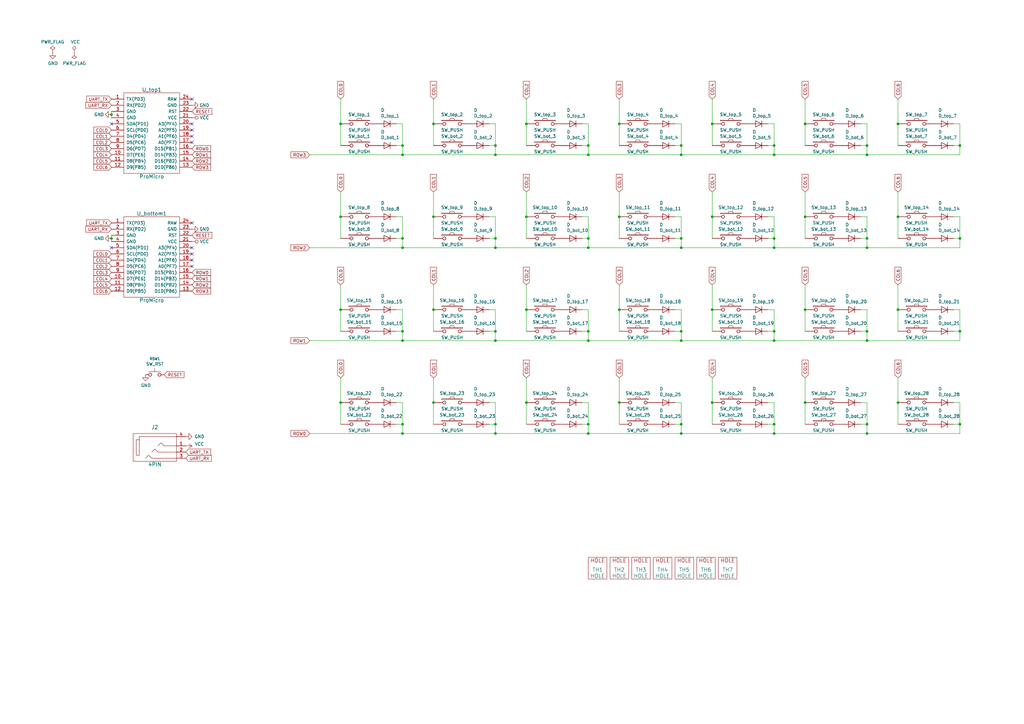
<source format=kicad_sch>
(kicad_sch (version 20231120) (generator "eeschema") (generator_version "8.0")
  (paper "A3")
  (title_block (title "Split keyboard") (rev "1.0") (comment 1 "Same PCB is used for both sides") (comment 2 "Only TOP or BOT should be populated"))
  (junction (at 355.6 139.7))
  (junction (at 215.9 88.9))
  (junction (at 279.4 97.79))
  (junction (at 317.5 173.99))
  (junction (at 165.1 101.6))
  (junction (at 330.2 88.9))
  (junction (at 292.1 88.9))
  (junction (at 317.5 139.7))
  (junction (at 330.2 165.1))
  (junction (at 317.5 101.6))
  (junction (at 393.7 173.99))
  (junction (at 279.4 177.8))
  (junction (at 279.4 135.89))
  (junction (at 139.7 165.1))
  (junction (at 165.1 135.89))
  (junction (at 292.1 50.8))
  (junction (at 215.9 127))
  (junction (at 165.1 63.5))
  (junction (at 317.5 177.8))
  (junction (at 241.3 59.69))
  (junction (at 215.9 165.1))
  (junction (at 279.4 173.99))
  (junction (at 254 127))
  (junction (at 279.4 59.69))
  (junction (at 355.6 59.69))
  (junction (at 393.7 97.79))
  (junction (at 241.3 173.99))
  (junction (at 177.8 127))
  (junction (at 254 50.8))
  (junction (at 317.5 97.79))
  (junction (at 317.5 63.5))
  (junction (at 279.4 139.7))
  (junction (at 393.7 59.69))
  (junction (at 292.1 165.1))
  (junction (at 279.4 63.5))
  (junction (at 177.8 88.9))
  (junction (at 317.5 135.89))
  (junction (at 203.2 101.6))
  (junction (at 203.2 59.69))
  (junction (at 241.3 177.8))
  (junction (at 165.1 139.7))
  (junction (at 368.3 88.9))
  (junction (at 355.6 173.99))
  (junction (at 254 88.9))
  (junction (at 45.72 97.79))
  (junction (at 215.9 50.8))
  (junction (at 254 165.1))
  (junction (at 203.2 173.99))
  (junction (at 165.1 173.99))
  (junction (at 165.1 97.79))
  (junction (at 368.3 165.1))
  (junction (at 393.7 135.89))
  (junction (at 241.3 97.79))
  (junction (at 279.4 101.6))
  (junction (at 355.6 177.8))
  (junction (at 368.3 50.8))
  (junction (at 139.7 127))
  (junction (at 292.1 127))
  (junction (at 355.6 135.89))
  (junction (at 165.1 177.8))
  (junction (at 368.3 127))
  (junction (at 241.3 101.6))
  (junction (at 45.72 46.99))
  (junction (at 241.3 135.89))
  (junction (at 177.8 165.1))
  (junction (at 203.2 97.79))
  (junction (at 355.6 63.5))
  (junction (at 177.8 50.8))
  (junction (at 139.7 50.8))
  (junction (at 203.2 63.5))
  (junction (at 203.2 139.7))
  (junction (at 241.3 139.7))
  (junction (at 355.6 101.6))
  (junction (at 203.2 177.8))
  (junction (at 203.2 135.89))
  (junction (at 139.7 88.9))
  (junction (at 317.5 59.69))
  (junction (at 330.2 127))
  (junction (at 330.2 50.8))
  (junction (at 241.3 63.5))
  (junction (at 355.6 97.79))
  (junction (at 165.1 59.69))
  (no_connect (at 78.74 55.88))
  (no_connect (at 78.74 104.14))
  (no_connect (at 78.74 50.8))
  (no_connect (at 78.74 91.44))
  (no_connect (at 78.74 40.64))
  (no_connect (at 45.72 101.6))
  (no_connect (at 78.74 101.6))
  (no_connect (at 78.74 109.22))
  (no_connect (at 78.74 106.68))
  (no_connect (at 45.72 50.8))
  (no_connect (at 78.74 58.42))
  (no_connect (at 78.74 53.34))
  (wire (pts (xy 393.7 135.89) (xy 393.7 127)))
  (wire (pts (xy 292.1 50.8) (xy 292.1 59.69)))
  (wire (pts (xy 177.8 78.74) (xy 177.8 88.9)))
  (wire (pts (xy 45.72 45.72) (xy 45.72 46.99)))
  (wire (pts (xy 368.3 116.84) (xy 368.3 127)))
  (wire (pts (xy 368.3 154.94) (xy 368.3 165.1)))
  (wire (pts (xy 276.86 173.99) (xy 279.4 173.99)))
  (wire (pts (xy 254 88.9) (xy 254 97.79)))
  (wire (pts (xy 279.4 97.79) (xy 279.4 88.9)))
  (wire (pts (xy 276.86 135.89) (xy 279.4 135.89)))
  (wire (pts (xy 368.3 78.74) (xy 368.3 88.9)))
  (wire (pts (xy 215.9 40.64) (xy 215.9 50.8)))
  (wire (pts (xy 292.1 127) (xy 292.1 135.89)))
  (wire (pts (xy 165.1 177.8) (xy 165.1 173.99)))
  (wire (pts (xy 215.9 127) (xy 215.9 135.89)))
  (wire (pts (xy 215.9 88.9) (xy 215.9 97.79)))
  (wire (pts (xy 393.7 165.1) (xy 391.16 165.1)))
  (wire (pts (xy 165.1 165.1) (xy 162.56 165.1)))
  (wire (pts (xy 177.8 88.9) (xy 177.8 97.79)))
  (wire (pts (xy 241.3 63.5) (xy 279.4 63.5)))
  (wire (pts (xy 165.1 173.99) (xy 165.1 165.1)))
  (wire (pts (xy 241.3 50.8) (xy 238.76 50.8)))
  (wire (pts (xy 241.3 127) (xy 238.76 127)))
  (wire (pts (xy 276.86 97.79) (xy 279.4 97.79)))
  (wire (pts (xy 177.8 40.64) (xy 177.8 50.8)))
  (wire (pts (xy 317.5 88.9) (xy 314.96 88.9)))
  (wire (pts (xy 292.1 165.1) (xy 292.1 173.99)))
  (wire (pts (xy 203.2 173.99) (xy 203.2 165.1)))
  (wire (pts (xy 317.5 139.7) (xy 355.6 139.7)))
  (wire (pts (xy 279.4 101.6) (xy 317.5 101.6)))
  (wire (pts (xy 165.1 101.6) (xy 203.2 101.6)))
  (wire (pts (xy 127 177.8) (xy 165.1 177.8)))
  (wire (pts (xy 139.7 88.9) (xy 139.7 97.79)))
  (wire (pts (xy 393.7 88.9) (xy 391.16 88.9)))
  (wire (pts (xy 241.3 135.89) (xy 241.3 127)))
  (wire (pts (xy 200.66 173.99) (xy 203.2 173.99)))
  (wire (pts (xy 254 78.74) (xy 254 88.9)))
  (wire (pts (xy 317.5 63.5) (xy 317.5 59.69)))
  (wire (pts (xy 355.6 139.7) (xy 393.7 139.7)))
  (wire (pts (xy 165.1 127) (xy 162.56 127)))
  (wire (pts (xy 279.4 50.8) (xy 276.86 50.8)))
  (wire (pts (xy 165.1 88.9) (xy 162.56 88.9)))
  (wire (pts (xy 241.3 63.5) (xy 241.3 59.69)))
  (wire (pts (xy 314.96 97.79) (xy 317.5 97.79)))
  (wire (pts (xy 165.1 97.79) (xy 165.1 88.9)))
  (wire (pts (xy 330.2 88.9) (xy 330.2 97.79)))
  (wire (pts (xy 355.6 63.5) (xy 355.6 59.69)))
  (wire (pts (xy 241.3 177.8) (xy 279.4 177.8)))
  (wire (pts (xy 241.3 139.7) (xy 279.4 139.7)))
  (wire (pts (xy 330.2 40.64) (xy 330.2 50.8)))
  (wire (pts (xy 165.1 177.8) (xy 203.2 177.8)))
  (wire (pts (xy 241.3 59.69) (xy 241.3 50.8)))
  (wire (pts (xy 127 63.5) (xy 165.1 63.5)))
  (wire (pts (xy 203.2 139.7) (xy 203.2 135.89)))
  (wire (pts (xy 317.5 59.69) (xy 317.5 50.8)))
  (wire (pts (xy 317.5 97.79) (xy 317.5 88.9)))
  (wire (pts (xy 393.7 127) (xy 391.16 127)))
  (wire (pts (xy 330.2 116.84) (xy 330.2 127)))
  (wire (pts (xy 165.1 63.5) (xy 203.2 63.5)))
  (wire (pts (xy 238.76 59.69) (xy 241.3 59.69)))
  (wire (pts (xy 393.7 97.79) (xy 393.7 101.6)))
  (wire (pts (xy 368.3 127) (xy 368.3 135.89)))
  (wire (pts (xy 241.3 177.8) (xy 241.3 173.99)))
  (wire (pts (xy 393.7 97.79) (xy 393.7 88.9)))
  (wire (pts (xy 279.4 59.69) (xy 279.4 50.8)))
  (wire (pts (xy 241.3 88.9) (xy 238.76 88.9)))
  (wire (pts (xy 279.4 177.8) (xy 317.5 177.8)))
  (wire (pts (xy 355.6 63.5) (xy 393.7 63.5)))
  (wire (pts (xy 355.6 165.1) (xy 353.06 165.1)))
  (wire (pts (xy 177.8 116.84) (xy 177.8 127)))
  (wire (pts (xy 279.4 101.6) (xy 279.4 97.79)))
  (wire (pts (xy 215.9 154.94) (xy 215.9 165.1)))
  (wire (pts (xy 355.6 101.6) (xy 355.6 97.79)))
  (wire (pts (xy 241.3 165.1) (xy 238.76 165.1)))
  (wire (pts (xy 355.6 50.8) (xy 353.06 50.8)))
  (wire (pts (xy 165.1 135.89) (xy 165.1 127)))
  (wire (pts (xy 254 116.84) (xy 254 127)))
  (wire (pts (xy 238.76 97.79) (xy 241.3 97.79)))
  (wire (pts (xy 279.4 165.1) (xy 276.86 165.1)))
  (wire (pts (xy 355.6 139.7) (xy 355.6 135.89)))
  (wire (pts (xy 139.7 50.8) (xy 139.7 59.69)))
  (wire (pts (xy 279.4 173.99) (xy 279.4 165.1)))
  (wire (pts (xy 391.16 59.69) (xy 393.7 59.69)))
  (wire (pts (xy 314.96 135.89) (xy 317.5 135.89)))
  (wire (pts (xy 317.5 101.6) (xy 355.6 101.6)))
  (wire (pts (xy 355.6 177.8) (xy 393.7 177.8)))
  (wire (pts (xy 200.66 59.69) (xy 203.2 59.69)))
  (wire (pts (xy 279.4 63.5) (xy 279.4 59.69)))
  (wire (pts (xy 203.2 88.9) (xy 200.66 88.9)))
  (wire (pts (xy 165.1 101.6) (xy 165.1 97.79)))
  (wire (pts (xy 330.2 154.94) (xy 330.2 165.1)))
  (wire (pts (xy 368.3 88.9) (xy 368.3 97.79)))
  (wire (pts (xy 317.5 165.1) (xy 314.96 165.1)))
  (wire (pts (xy 353.06 97.79) (xy 355.6 97.79)))
  (wire (pts (xy 393.7 173.99) (xy 393.7 177.8)))
  (wire (pts (xy 200.66 135.89) (xy 203.2 135.89)))
  (wire (pts (xy 317.5 135.89) (xy 317.5 127)))
  (wire (pts (xy 203.2 127) (xy 200.66 127)))
  (wire (pts (xy 165.1 139.7) (xy 165.1 135.89)))
  (wire (pts (xy 203.2 139.7) (xy 241.3 139.7)))
  (wire (pts (xy 391.16 135.89) (xy 393.7 135.89)))
  (wire (pts (xy 203.2 135.89) (xy 203.2 127)))
  (wire (pts (xy 127 139.7) (xy 165.1 139.7)))
  (wire (pts (xy 254 127) (xy 254 135.89)))
  (wire (pts (xy 368.3 40.64) (xy 368.3 50.8)))
  (wire (pts (xy 355.6 101.6) (xy 393.7 101.6)))
  (wire (pts (xy 177.8 154.94) (xy 177.8 165.1)))
  (wire (pts (xy 330.2 50.8) (xy 330.2 59.69)))
  (wire (pts (xy 203.2 177.8) (xy 203.2 173.99)))
  (wire (pts (xy 254 40.64) (xy 254 50.8)))
  (wire (pts (xy 162.56 135.89) (xy 165.1 135.89)))
  (wire (pts (xy 391.16 173.99) (xy 393.7 173.99)))
  (wire (pts (xy 353.06 173.99) (xy 355.6 173.99)))
  (wire (pts (xy 215.9 50.8) (xy 215.9 59.69)))
  (wire (pts (xy 330.2 127) (xy 330.2 135.89)))
  (wire (pts (xy 355.6 173.99) (xy 355.6 165.1)))
  (wire (pts (xy 45.72 46.99) (xy 45.72 48.26)))
  (wire (pts (xy 353.06 59.69) (xy 355.6 59.69)))
  (wire (pts (xy 215.9 116.84) (xy 215.9 127)))
  (wire (pts (xy 279.4 63.5) (xy 317.5 63.5)))
  (wire (pts (xy 330.2 165.1) (xy 330.2 173.99)))
  (wire (pts (xy 279.4 139.7) (xy 317.5 139.7)))
  (wire (pts (xy 292.1 88.9) (xy 292.1 97.79)))
  (wire (pts (xy 162.56 173.99) (xy 165.1 173.99)))
  (wire (pts (xy 317.5 177.8) (xy 317.5 173.99)))
  (wire (pts (xy 254 165.1) (xy 254 173.99)))
  (wire (pts (xy 203.2 50.8) (xy 200.66 50.8)))
  (wire (pts (xy 353.06 135.89) (xy 355.6 135.89)))
  (wire (pts (xy 279.4 139.7) (xy 279.4 135.89)))
  (wire (pts (xy 139.7 116.84) (xy 139.7 127)))
  (wire (pts (xy 165.1 59.69) (xy 165.1 50.8)))
  (wire (pts (xy 241.3 101.6) (xy 279.4 101.6)))
  (wire (pts (xy 139.7 78.74) (xy 139.7 88.9)))
  (wire (pts (xy 393.7 59.69) (xy 393.7 63.5)))
  (wire (pts (xy 203.2 97.79) (xy 203.2 88.9)))
  (wire (pts (xy 292.1 116.84) (xy 292.1 127)))
  (wire (pts (xy 241.3 173.99) (xy 241.3 165.1)))
  (wire (pts (xy 368.3 165.1) (xy 368.3 173.99)))
  (wire (pts (xy 139.7 154.94) (xy 139.7 165.1)))
  (wire (pts (xy 254 50.8) (xy 254 59.69)))
  (wire (pts (xy 279.4 135.89) (xy 279.4 127)))
  (wire (pts (xy 162.56 59.69) (xy 165.1 59.69)))
  (wire (pts (xy 45.72 96.52) (xy 45.72 97.79)))
  (wire (pts (xy 127 101.6) (xy 165.1 101.6)))
  (wire (pts (xy 355.6 97.79) (xy 355.6 88.9)))
  (wire (pts (xy 355.6 88.9) (xy 353.06 88.9)))
  (wire (pts (xy 238.76 173.99) (xy 241.3 173.99)))
  (wire (pts (xy 391.16 97.79) (xy 393.7 97.79)))
  (wire (pts (xy 279.4 88.9) (xy 276.86 88.9)))
  (wire (pts (xy 393.7 173.99) (xy 393.7 165.1)))
  (wire (pts (xy 238.76 135.89) (xy 241.3 135.89)))
  (wire (pts (xy 203.2 165.1) (xy 200.66 165.1)))
  (wire (pts (xy 241.3 97.79) (xy 241.3 88.9)))
  (wire (pts (xy 317.5 63.5) (xy 355.6 63.5)))
  (wire (pts (xy 355.6 135.89) (xy 355.6 127)))
  (wire (pts (xy 177.8 127) (xy 177.8 135.89)))
  (wire (pts (xy 215.9 78.74) (xy 215.9 88.9)))
  (wire (pts (xy 355.6 127) (xy 353.06 127)))
  (wire (pts (xy 254 154.94) (xy 254 165.1)))
  (wire (pts (xy 330.2 78.74) (xy 330.2 88.9)))
  (wire (pts (xy 139.7 165.1) (xy 139.7 173.99)))
  (wire (pts (xy 276.86 59.69) (xy 279.4 59.69)))
  (wire (pts (xy 241.3 139.7) (xy 241.3 135.89)))
  (wire (pts (xy 279.4 177.8) (xy 279.4 173.99)))
  (wire (pts (xy 203.2 101.6) (xy 241.3 101.6)))
  (wire (pts (xy 393.7 50.8) (xy 391.16 50.8)))
  (wire (pts (xy 393.7 135.89) (xy 393.7 139.7)))
  (wire (pts (xy 203.2 177.8) (xy 241.3 177.8)))
  (wire (pts (xy 203.2 101.6) (xy 203.2 97.79)))
  (wire (pts (xy 139.7 127) (xy 139.7 135.89)))
  (wire (pts (xy 314.96 173.99) (xy 317.5 173.99)))
  (wire (pts (xy 177.8 165.1) (xy 177.8 173.99)))
  (wire (pts (xy 393.7 59.69) (xy 393.7 50.8)))
  (wire (pts (xy 241.3 101.6) (xy 241.3 97.79)))
  (wire (pts (xy 317.5 139.7) (xy 317.5 135.89)))
  (wire (pts (xy 165.1 139.7) (xy 203.2 139.7)))
  (wire (pts (xy 317.5 173.99) (xy 317.5 165.1)))
  (wire (pts (xy 317.5 127) (xy 314.96 127)))
  (wire (pts (xy 317.5 177.8) (xy 355.6 177.8)))
  (wire (pts (xy 139.7 40.64) (xy 139.7 50.8)))
  (wire (pts (xy 203.2 59.69) (xy 203.2 50.8)))
  (wire (pts (xy 368.3 50.8) (xy 368.3 59.69)))
  (wire (pts (xy 355.6 177.8) (xy 355.6 173.99)))
  (wire (pts (xy 45.72 97.79) (xy 45.72 99.06)))
  (wire (pts (xy 200.66 97.79) (xy 203.2 97.79)))
  (wire (pts (xy 317.5 101.6) (xy 317.5 97.79)))
  (wire (pts (xy 279.4 127) (xy 276.86 127)))
  (wire (pts (xy 292.1 40.64) (xy 292.1 50.8)))
  (wire (pts (xy 165.1 50.8) (xy 162.56 50.8)))
  (wire (pts (xy 314.96 59.69) (xy 317.5 59.69)))
  (wire (pts (xy 292.1 78.74) (xy 292.1 88.9)))
  (wire (pts (xy 317.5 50.8) (xy 314.96 50.8)))
  (wire (pts (xy 203.2 63.5) (xy 241.3 63.5)))
  (wire (pts (xy 162.56 97.79) (xy 165.1 97.79)))
  (wire (pts (xy 215.9 165.1) (xy 215.9 173.99)))
  (wire (pts (xy 203.2 63.5) (xy 203.2 59.69)))
  (wire (pts (xy 292.1 154.94) (xy 292.1 165.1)))
  (wire (pts (xy 177.8 50.8) (xy 177.8 59.69)))
  (wire (pts (xy 165.1 63.5) (xy 165.1 59.69)))
  (wire (pts (xy 355.6 59.69) (xy 355.6 50.8)))
  (global_label "COL2" (shape input) (at 45.72 109.22 180) (property "Intersheetrefs" "${INTERSHEET_REFS}" (effects (hide yes))))
  (global_label "COL5" (shape input) (at 330.2 116.84 90) (property "Intersheetrefs" "${INTERSHEET_REFS}" (effects (hide yes))))
  (global_label "COL3" (shape input) (at 45.72 111.76 180) (property "Intersheetrefs" "${INTERSHEET_REFS}" (effects (hide yes))))
  (global_label "COL1" (shape input) (at 177.8 78.74 90) (property "Intersheetrefs" "${INTERSHEET_REFS}" (effects (hide yes))))
  (global_label "RESET" (shape input) (at 67.31 153.67 0) (property "Intersheetrefs" "${INTERSHEET_REFS}" (effects (hide yes))))
  (global_label "UART_TX" (shape input) (at 45.72 91.44 180) (property "Intersheetrefs" "${INTERSHEET_REFS}" (effects (hide yes))))
  (global_label "COL6" (shape input) (at 368.3 78.74 90) (property "Intersheetrefs" "${INTERSHEET_REFS}" (effects (hide yes))))
  (global_label "COL0" (shape input) (at 139.7 40.64 90) (property "Intersheetrefs" "${INTERSHEET_REFS}" (effects (hide yes))))
  (global_label "COL6" (shape input) (at 368.3 40.64 90) (property "Intersheetrefs" "${INTERSHEET_REFS}" (effects (hide yes))))
  (global_label "COL0" (shape input) (at 139.7 78.74 90) (property "Intersheetrefs" "${INTERSHEET_REFS}" (effects (hide yes))))
  (global_label "ROW1" (shape input) (at 78.74 114.3 0) (property "Intersheetrefs" "${INTERSHEET_REFS}" (effects (hide yes))))
  (global_label "COL6" (shape input) (at 368.3 116.84 90) (property "Intersheetrefs" "${INTERSHEET_REFS}" (effects (hide yes))))
  (global_label "COL2" (shape input) (at 45.72 58.42 180) (property "Intersheetrefs" "${INTERSHEET_REFS}" (effects (hide yes))))
  (global_label "ROW0" (shape input) (at 78.74 60.96 0) (property "Intersheetrefs" "${INTERSHEET_REFS}" (effects (hide yes))))
  (global_label "COL6" (shape input) (at 368.3 154.94 90) (property "Intersheetrefs" "${INTERSHEET_REFS}" (effects (hide yes))))
  (global_label "UART_RX" (shape input) (at 45.72 93.98 180) (property "Intersheetrefs" "${INTERSHEET_REFS}" (effects (hide yes))))
  (global_label "ROW2" (shape input) (at 78.74 66.04 0) (property "Intersheetrefs" "${INTERSHEET_REFS}" (effects (hide yes))))
  (global_label "COL5" (shape input) (at 45.72 116.84 180) (property "Intersheetrefs" "${INTERSHEET_REFS}" (effects (hide yes))))
  (global_label "COL0" (shape input) (at 45.72 104.14 180) (property "Intersheetrefs" "${INTERSHEET_REFS}" (effects (hide yes))))
  (global_label "COL0" (shape input) (at 45.72 53.34 180) (property "Intersheetrefs" "${INTERSHEET_REFS}" (effects (hide yes))))
  (global_label "COL5" (shape input) (at 330.2 154.94 90) (property "Intersheetrefs" "${INTERSHEET_REFS}" (effects (hide yes))))
  (global_label "COL1" (shape input) (at 177.8 154.94 90) (property "Intersheetrefs" "${INTERSHEET_REFS}" (effects (hide yes))))
  (global_label "COL1" (shape input) (at 45.72 55.88 180) (property "Intersheetrefs" "${INTERSHEET_REFS}" (effects (hide yes))))
  (global_label "COL1" (shape input) (at 177.8 40.64 90) (property "Intersheetrefs" "${INTERSHEET_REFS}" (effects (hide yes))))
  (global_label "UART_TX" (shape input) (at 76.2 185.42 0) (property "Intersheetrefs" "${INTERSHEET_REFS}" (effects (hide yes))))
  (global_label "COL0" (shape input) (at 139.7 154.94 90) (property "Intersheetrefs" "${INTERSHEET_REFS}" (effects (hide yes))))
  (global_label "RESET" (shape input) (at 78.74 96.52 0) (property "Intersheetrefs" "${INTERSHEET_REFS}" (effects (hide yes))))
  (global_label "COL5" (shape input) (at 330.2 78.74 90) (property "Intersheetrefs" "${INTERSHEET_REFS}" (effects (hide yes))))
  (global_label "COL2" (shape input) (at 215.9 154.94 90) (property "Intersheetrefs" "${INTERSHEET_REFS}" (effects (hide yes))))
  (global_label "COL4" (shape input) (at 292.1 40.64 90) (property "Intersheetrefs" "${INTERSHEET_REFS}" (effects (hide yes))))
  (global_label "UART_TX" (shape input) (at 45.72 40.64 180) (property "Intersheetrefs" "${INTERSHEET_REFS}" (effects (hide yes))))
  (global_label "COL1" (shape input) (at 45.72 106.68 180) (property "Intersheetrefs" "${INTERSHEET_REFS}" (effects (hide yes))))
  (global_label "COL2" (shape input) (at 215.9 40.64 90) (property "Intersheetrefs" "${INTERSHEET_REFS}" (effects (hide yes))))
  (global_label "COL5" (shape input) (at 45.72 66.04 180) (property "Intersheetrefs" "${INTERSHEET_REFS}" (effects (hide yes))))
  (global_label "ROW3" (shape input) (at 78.74 68.58 0) (property "Intersheetrefs" "${INTERSHEET_REFS}" (effects (hide yes))))
  (global_label "COL0" (shape input) (at 139.7 116.84 90) (property "Intersheetrefs" "${INTERSHEET_REFS}" (effects (hide yes))))
  (global_label "COL3" (shape input) (at 254 40.64 90) (property "Intersheetrefs" "${INTERSHEET_REFS}" (effects (hide yes))))
  (global_label "COL4" (shape input) (at 292.1 154.94 90) (property "Intersheetrefs" "${INTERSHEET_REFS}" (effects (hide yes))))
  (global_label "ROW3" (shape input) (at 127 63.5 180) (property "Intersheetrefs" "${INTERSHEET_REFS}" (effects (hide yes))))
  (global_label "COL6" (shape input) (at 45.72 68.58 180) (property "Intersheetrefs" "${INTERSHEET_REFS}" (effects (hide yes))))
  (global_label "ROW0" (shape input) (at 127 177.8 180) (property "Intersheetrefs" "${INTERSHEET_REFS}" (effects (hide yes))))
  (global_label "COL4" (shape input) (at 292.1 78.74 90) (property "Intersheetrefs" "${INTERSHEET_REFS}" (effects (hide yes))))
  (global_label "COL3" (shape input) (at 45.72 60.96 180) (property "Intersheetrefs" "${INTERSHEET_REFS}" (effects (hide yes))))
  (global_label "COL3" (shape input) (at 254 78.74 90) (property "Intersheetrefs" "${INTERSHEET_REFS}" (effects (hide yes))))
  (global_label "UART_RX" (shape input) (at 45.72 43.18 180) (property "Intersheetrefs" "${INTERSHEET_REFS}" (effects (hide yes))))
  (global_label "COL2" (shape input) (at 215.9 78.74 90) (property "Intersheetrefs" "${INTERSHEET_REFS}" (effects (hide yes))))
  (global_label "COL3" (shape input) (at 254 116.84 90) (property "Intersheetrefs" "${INTERSHEET_REFS}" (effects (hide yes))))
  (global_label "ROW2" (shape input) (at 127 101.6 180) (property "Intersheetrefs" "${INTERSHEET_REFS}" (effects (hide yes))))
  (global_label "COL6" (shape input) (at 45.72 119.38 180) (property "Intersheetrefs" "${INTERSHEET_REFS}" (effects (hide yes))))
  (global_label "RESET" (shape input) (at 78.74 45.72 0) (property "Intersheetrefs" "${INTERSHEET_REFS}" (effects (hide yes))))
  (global_label "COL2" (shape input) (at 215.9 116.84 90) (property "Intersheetrefs" "${INTERSHEET_REFS}" (effects (hide yes))))
  (global_label "COL5" (shape input) (at 330.2 40.64 90) (property "Intersheetrefs" "${INTERSHEET_REFS}" (effects (hide yes))))
  (global_label "ROW3" (shape input) (at 78.74 119.38 0) (property "Intersheetrefs" "${INTERSHEET_REFS}" (effects (hide yes))))
  (global_label "COL4" (shape input) (at 292.1 116.84 90) (property "Intersheetrefs" "${INTERSHEET_REFS}" (effects (hide yes))))
  (global_label "COL4" (shape input) (at 45.72 63.5 180) (property "Intersheetrefs" "${INTERSHEET_REFS}" (effects (hide yes))))
  (global_label "COL3" (shape input) (at 254 154.94 90) (property "Intersheetrefs" "${INTERSHEET_REFS}" (effects (hide yes))))
  (global_label "ROW0" (shape input) (at 78.74 111.76 0) (property "Intersheetrefs" "${INTERSHEET_REFS}" (effects (hide yes))))
  (global_label "ROW2" (shape input) (at 78.74 116.84 0) (property "Intersheetrefs" "${INTERSHEET_REFS}" (effects (hide yes))))
  (global_label "COL1" (shape input) (at 177.8 116.84 90) (property "Intersheetrefs" "${INTERSHEET_REFS}" (effects (hide yes))))
  (global_label "ROW1" (shape input) (at 78.74 63.5 0) (property "Intersheetrefs" "${INTERSHEET_REFS}" (effects (hide yes))))
  (global_label "COL4" (shape input) (at 45.72 114.3 180) (property "Intersheetrefs" "${INTERSHEET_REFS}" (effects (hide yes))))
  (global_label "ROW1" (shape input) (at 127 139.7 180) (property "Intersheetrefs" "${INTERSHEET_REFS}" (effects (hide yes))))
  (global_label "UART_RX" (shape input) (at 76.2 187.96 0) (property "Intersheetrefs" "${INTERSHEET_REFS}" (effects (hide yes))))
  (symbol (lib_id "Lily58_Pro-rescue:ProMicro_2-Lily58-cache") (at 62.23 54.61 0) (unit 1)
    (property "Reference" "U_top1" (at 62.23 36.83 0) (effects (font (size 1.524 1.524))))
    (property "Value" "ProMicro" (at 62.23 72.39 0) (effects (font (size 1.524 1.524))))
    (property "Footprint" "beekeeb-lib:ProMicro_v3" (effects (hide yes)))
  )
  (symbol (lib_id "Lily58_Pro-rescue:SW_PUSH-Lily58-cache") (at 147.32 59.69 0) (unit 1)
    (property "Reference" "SW_bot_1" (at 147.32 55.88 0))
    (property "Value" "SW_PUSH" (at 147.32 62.23 0))
    (property "Footprint" "Lily58-footprint:CherryMX_KailhLowProfile_Hotswap" (effects (hide yes)))
  )
  (symbol (lib_id "Lily58_Pro-rescue:D-Lily58-cache") (at 158.75 59.69 180) (unit 1)
    (property "Reference" "D_bot_1" (at 156.21 56.388 0) (effects (justify right)))
    (property "Value" "D" (at 156.21 54.0766 0) (effects (justify right)))
    (property "Footprint" "Lily58-footprint:Diode_SOD123" (effects (hide yes)))
  )
  (symbol (lib_id "Lily58_Pro-rescue:VCC-Lily58-cache") (at 78.74 48.26 270) (unit 1)
    (property "Reference" "#PWR04" (effects (hide yes)))
    (property "Value" "VCC" (at 83.82 48.26 90))
  )
  (symbol (lib_id "Lily58_Pro-rescue:MJ-4PP-9-Lily58-cache") (at 64.77 182.88 0) (unit 1)
    (property "Reference" "J2" (at 63.5 175.26 0) (effects (font (size 1.524 1.524))))
    (property "Value" "4PIN" (at 63.5 190.5 0) (effects (font (size 1.524 1.524))))
    (property "Footprint" "Lily58-footprint:MJ-4PP-9" (effects (hide yes)))
  )
  (symbol (lib_id "Lily58_Pro-rescue:GND-Lily58-cache") (at 59.69 153.67 0) (unit 1)
    (property "Reference" "#PWR010" (effects (hide yes)))
    (property "Value" "GND" (at 59.817 158.0642 0))
  )
  (symbol (lib_id "Lily58_Pro-rescue:PWR_FLAG-Lily58-cache") (at 21.59 21.59 0) (unit 1)
    (property "Reference" "#FLG01" (effects (hide yes)))
    (property "Value" "PWR_FLAG" (at 21.59 17.1704 0))
  )
  (symbol (lib_id "Lily58_Pro-rescue:GND-Lily58-cache") (at 21.59 21.59 0) (unit 1)
    (property "Reference" "#PWR012" (effects (hide yes)))
    (property "Value" "GND" (at 21.717 25.9842 0))
  )
  (symbol (lib_id "Lily58_Pro-rescue:VCC-Lily58-cache") (at 30.48 21.59 0) (unit 1)
    (property "Reference" "#PWR013" (effects (hide yes)))
    (property "Value" "VCC" (at 30.9118 17.1958 0))
  )
  (symbol (lib_id "Lily58_Pro-rescue:PWR_FLAG-Lily58-cache") (at 30.48 21.59 180) (unit 1)
    (property "Reference" "#FLG02" (effects (hide yes)))
    (property "Value" "PWR_FLAG" (at 30.48 25.9842 0))
  )
  (symbol (lib_id "Lily58_Pro-rescue:HOLE-Lily58-cache") (at 245.11 233.68 0) (unit 1)
    (property "Reference" "TH1" (at 245.11 233.68 0) (effects (font (size 1.524 1.524))))
    (property "Value" "HOLE" (at 245.11 236.22 0) (effects (font (size 1.524 1.524))))
    (property "Footprint" "Lily58-footprint:M2_HOLE_PCB" (effects (hide yes)))
  )
  (symbol (lib_id "Lily58_Pro-rescue:HOLE-Lily58-cache") (at 254 233.68 0) (unit 1)
    (property "Reference" "TH2" (at 254 233.68 0) (effects (font (size 1.524 1.524))))
    (property "Value" "HOLE" (at 254 236.22 0) (effects (font (size 1.524 1.524))))
    (property "Footprint" "Lily58-footprint:M2_HOLE_PCB" (effects (hide yes)))
  )
  (symbol (lib_id "Lily58_Pro-rescue:HOLE-Lily58-cache") (at 271.78 233.68 0) (unit 1)
    (property "Reference" "TH4" (at 271.78 233.68 0) (effects (font (size 1.524 1.524))))
    (property "Value" "HOLE" (at 271.78 236.22 0) (effects (font (size 1.524 1.524))))
    (property "Footprint" "Lily58-footprint:HOLE_M2_TH" (effects (hide yes)))
  )
  (symbol (lib_id "Lily58_Pro-rescue:HOLE-Lily58-cache") (at 280.67 233.68 0) (unit 1)
    (property "Reference" "TH5" (at 280.67 233.68 0) (effects (font (size 1.524 1.524))))
    (property "Value" "HOLE" (at 280.67 236.22 0) (effects (font (size 1.524 1.524))))
    (property "Footprint" "Lily58-footprint:HOLE_M2_TH" (effects (hide yes)))
  )
  (symbol (lib_id "Lily58_Pro-rescue:HOLE-Lily58-cache") (at 289.56 233.68 0) (unit 1)
    (property "Reference" "TH6" (at 289.56 233.68 0) (effects (font (size 1.524 1.524))))
    (property "Value" "HOLE" (at 289.56 236.22 0) (effects (font (size 1.524 1.524))))
    (property "Footprint" "Lily58-footprint:HOLE_M2_TH" (effects (hide yes)))
  )
  (symbol (lib_id "Lily58_Pro-rescue:HOLE-Lily58-cache") (at 298.45 233.68 0) (unit 1)
    (property "Reference" "TH7" (at 298.45 233.68 0) (effects (font (size 1.524 1.524))))
    (property "Value" "HOLE" (at 298.45 236.22 0) (effects (font (size 1.524 1.524))))
    (property "Footprint" "Lily58-footprint:HOLE_M2_TH" (effects (hide yes)))
  )
  (symbol (lib_id "Lily58_Pro-rescue:HOLE-Lily58-cache") (at 262.89 233.68 0) (unit 1)
    (property "Reference" "TH3" (at 262.89 233.68 0) (effects (font (size 1.524 1.524))))
    (property "Value" "HOLE" (at 262.89 236.22 0) (effects (font (size 1.524 1.524))))
    (property "Footprint" "Lily58-footprint:HOLE_M2_TH" (effects (hide yes)))
  )
  (symbol (lib_id "Lily58_Pro-rescue:GND-Lily58-cache") (at 78.74 43.18 90) (unit 1)
    (property "Reference" "#PWR0101" (effects (hide yes)))
    (property "Value" "GND" (at 83.82 43.18 90))
  )
  (symbol (lib_id "Lily58_Pro-rescue:GND-Lily58-cache") (at 45.72 46.99 270) (unit 1)
    (property "Reference" "#PWR0102" (effects (hide yes)))
    (property "Value" "GND" (at 40.64 46.99 90))
  )
  (symbol (lib_id "Lily58_Pro-rescue:SW_RST-Lily58-cache") (at 63.5 153.67 0) (unit 1)
    (property "Reference" "RSW1" (at 63.5 147.1676 0) (effects (font (size 1.016 1.016))))
    (property "Value" "SW_RST" (at 63.5 149.2758 0))
    (property "Footprint" "Lily58-footprint:TACT_SWITCH_TVBP06" (effects (hide yes)))
  )
  (symbol (lib_id "power:GND") (at 76.2 179.07 90) (unit 1)
    (property "Reference" "#PWR02" (effects (hide yes)))
    (property "Value" "GND" (at 81.788 179.07 90))
  )
  (symbol (lib_id "power:VCC") (at 76.2 182.88 270) (unit 1)
    (property "Reference" "#PWR01" (effects (hide yes)))
    (property "Value" "VCC" (at 81.788 182.118 90))
  )
  (symbol (lib_id "Lily58_Pro-rescue:D-Lily58-cache") (at 387.35 59.69 180) (unit 1)
    (property "Reference" "D_bot_7" (at 384.81 56.388 0) (effects (justify right)))
    (property "Value" "D" (at 384.81 54.0766 0) (effects (justify right)))
    (property "Footprint" "Lily58-footprint:Diode_SOD123" (effects (hide yes)))
  )
  (symbol (lib_id "Lily58_Pro-rescue:D-Lily58-cache") (at 158.75 135.89 180) (unit 1)
    (property "Reference" "D_bot_15" (at 156.21 132.588 0) (effects (justify right)))
    (property "Value" "D" (at 156.21 130.2766 0) (effects (justify right)))
    (property "Footprint" "Lily58-footprint:Diode_SOD123" (effects (hide yes)))
  )
  (symbol (lib_id "Lily58_Pro-rescue:SW_PUSH-Lily58-cache") (at 223.52 88.9 0) (unit 1)
    (property "Reference" "SW_top_10" (at 223.52 85.09 0))
    (property "Value" "SW_PUSH" (at 223.52 91.44 0))
    (property "Footprint" "Lily58-footprint:CherryMX_KailhLowProfile_Hotswap" (effects (hide yes)))
  )
  (symbol (lib_id "Lily58_Pro-rescue:D-Lily58-cache") (at 196.85 97.79 180) (unit 1)
    (property "Reference" "D_bot_9" (at 194.31 94.488 0) (effects (justify right)))
    (property "Value" "D" (at 194.31 92.1766 0) (effects (justify right)))
    (property "Footprint" "Lily58-footprint:Diode_SOD123" (effects (hide yes)))
  )
  (symbol (lib_id "Lily58_Pro-rescue:GND-Lily58-cache") (at 78.74 93.98 90) (unit 1)
    (property "Reference" "#PWR05" (effects (hide yes)))
    (property "Value" "GND" (at 83.82 93.98 90))
  )
  (symbol (lib_id "Lily58_Pro-rescue:SW_PUSH-Lily58-cache") (at 223.52 127 0) (unit 1)
    (property "Reference" "SW_top_17" (at 223.52 123.19 0))
    (property "Value" "SW_PUSH" (at 223.52 129.54 0))
    (property "Footprint" "Lily58-footprint:CherryMX_KailhLowProfile_Hotswap" (effects (hide yes)))
  )
  (symbol (lib_id "Lily58_Pro-rescue:SW_PUSH-Lily58-cache") (at 337.82 173.99 0) (unit 1)
    (property "Reference" "SW_bot_27" (at 337.82 170.18 0))
    (property "Value" "SW_PUSH" (at 337.82 176.53 0))
    (property "Footprint" "Lily58-footprint:CherryMX_KailhLowProfile_Hotswap" (effects (hide yes)))
  )
  (symbol (lib_id "Lily58_Pro-rescue:SW_PUSH-Lily58-cache") (at 299.72 173.99 0) (unit 1)
    (property "Reference" "SW_bot_26" (at 299.72 170.18 0))
    (property "Value" "SW_PUSH" (at 299.72 176.53 0))
    (property "Footprint" "Lily58-footprint:CherryMX_KailhLowProfile_Hotswap" (effects (hide yes)))
  )
  (symbol (lib_id "Lily58_Pro-rescue:D-Lily58-cache") (at 273.05 97.79 180) (unit 1)
    (property "Reference" "D_bot_11" (at 270.51 94.488 0) (effects (justify right)))
    (property "Value" "D" (at 270.51 92.1766 0) (effects (justify right)))
    (property "Footprint" "Lily58-footprint:Diode_SOD123" (effects (hide yes)))
  )
  (symbol (lib_id "Lily58_Pro-rescue:D-Lily58-cache") (at 311.15 135.89 180) (unit 1)
    (property "Reference" "D_bot_19" (at 308.61 132.588 0) (effects (justify right)))
    (property "Value" "D" (at 308.61 130.2766 0) (effects (justify right)))
    (property "Footprint" "Lily58-footprint:Diode_SOD123" (effects (hide yes)))
  )
  (symbol (lib_id "Lily58_Pro-rescue:SW_PUSH-Lily58-cache") (at 261.62 88.9 0) (unit 1)
    (property "Reference" "SW_top_11" (at 261.62 85.09 0))
    (property "Value" "SW_PUSH" (at 261.62 91.44 0))
    (property "Footprint" "Lily58-footprint:CherryMX_KailhLowProfile_Hotswap" (effects (hide yes)))
  )
  (symbol (lib_id "Lily58_Pro-rescue:SW_PUSH-Lily58-cache") (at 337.82 59.69 0) (unit 1)
    (property "Reference" "SW_bot_6" (at 337.82 55.88 0))
    (property "Value" "SW_PUSH" (at 337.82 62.23 0))
    (property "Footprint" "Lily58-footprint:CherryMX_KailhLowProfile_Hotswap" (effects (hide yes)))
  )
  (symbol (lib_id "Lily58_Pro-rescue:D-Lily58-cache") (at 311.15 59.69 180) (unit 1)
    (property "Reference" "D_bot_5" (at 308.61 56.388 0) (effects (justify right)))
    (property "Value" "D" (at 308.61 54.0766 0) (effects (justify right)))
    (property "Footprint" "Lily58-footprint:Diode_SOD123" (effects (hide yes)))
  )
  (symbol (lib_id "Lily58_Pro-rescue:D-Lily58-cache") (at 311.15 97.79 180) (unit 1)
    (property "Reference" "D_bot_12" (at 308.61 94.488 0) (effects (justify right)))
    (property "Value" "D" (at 308.61 92.1766 0) (effects (justify right)))
    (property "Footprint" "Lily58-footprint:Diode_SOD123" (effects (hide yes)))
  )
  (symbol (lib_id "Lily58_Pro-rescue:D-Lily58-cache") (at 234.95 88.9 180) (unit 1)
    (property "Reference" "D_top_10" (at 232.41 85.598 0) (effects (justify right)))
    (property "Value" "D" (at 232.41 83.2866 0) (effects (justify right)))
    (property "Footprint" "Lily58-footprint:Diode_SOD123" (effects (hide yes)))
  )
  (symbol (lib_id "Lily58_Pro-rescue:SW_PUSH-Lily58-cache") (at 261.62 50.8 0) (unit 1)
    (property "Reference" "SW_top_4" (at 261.62 46.99 0))
    (property "Value" "SW_PUSH" (at 261.62 53.34 0))
    (property "Footprint" "Lily58-footprint:CherryMX_KailhLowProfile_Hotswap" (effects (hide yes)))
  )
  (symbol (lib_id "Lily58_Pro-rescue:D-Lily58-cache") (at 273.05 88.9 180) (unit 1)
    (property "Reference" "D_top_11" (at 270.51 85.598 0) (effects (justify right)))
    (property "Value" "D" (at 270.51 83.2866 0) (effects (justify right)))
    (property "Footprint" "Lily58-footprint:Diode_SOD123" (effects (hide yes)))
  )
  (symbol (lib_id "Lily58_Pro-rescue:D-Lily58-cache") (at 387.35 173.99 180) (unit 1)
    (property "Reference" "D_bot_28" (at 384.81 170.688 0) (effects (justify right)))
    (property "Value" "D" (at 384.81 168.3766 0) (effects (justify right)))
    (property "Footprint" "Lily58-footprint:Diode_SOD123" (effects (hide yes)))
  )
  (symbol (lib_id "Lily58_Pro-rescue:D-Lily58-cache") (at 349.25 97.79 180) (unit 1)
    (property "Reference" "D_bot_13" (at 346.71 94.488 0) (effects (justify right)))
    (property "Value" "D" (at 346.71 92.1766 0) (effects (justify right)))
    (property "Footprint" "Lily58-footprint:Diode_SOD123" (effects (hide yes)))
  )
  (symbol (lib_id "Lily58_Pro-rescue:D-Lily58-cache") (at 196.85 173.99 180) (unit 1)
    (property "Reference" "D_bot_23" (at 194.31 170.688 0) (effects (justify right)))
    (property "Value" "D" (at 194.31 168.3766 0) (effects (justify right)))
    (property "Footprint" "Lily58-footprint:Diode_SOD123" (effects (hide yes)))
  )
  (symbol (lib_id "Lily58_Pro-rescue:SW_PUSH-Lily58-cache") (at 261.62 59.69 0) (unit 1)
    (property "Reference" "SW_bot_4" (at 261.62 55.88 0))
    (property "Value" "SW_PUSH" (at 261.62 62.23 0))
    (property "Footprint" "Lily58-footprint:CherryMX_KailhLowProfile_Hotswap" (effects (hide yes)))
  )
  (symbol (lib_id "Lily58_Pro-rescue:ProMicro_2-Lily58-cache") (at 62.23 105.41 0) (unit 1)
    (property "Reference" "U_bottom1" (at 62.23 87.63 0) (effects (font (size 1.524 1.524))))
    (property "Value" "ProMicro" (at 62.23 123.19 0) (effects (font (size 1.524 1.524))))
    (property "Footprint" "beekeeb-lib:ProMicro_v3" (effects (hide yes)))
  )
  (symbol (lib_id "Lily58_Pro-rescue:VCC-Lily58-cache") (at 78.74 99.06 270) (unit 1)
    (property "Reference" "#PWR06" (effects (hide yes)))
    (property "Value" "VCC" (at 83.82 99.06 90))
  )
  (symbol (lib_id "Lily58_Pro-rescue:D-Lily58-cache") (at 311.15 88.9 180) (unit 1)
    (property "Reference" "D_top_12" (at 308.61 85.598 0) (effects (justify right)))
    (property "Value" "D" (at 308.61 83.2866 0) (effects (justify right)))
    (property "Footprint" "Lily58-footprint:Diode_SOD123" (effects (hide yes)))
  )
  (symbol (lib_id "Lily58_Pro-rescue:D-Lily58-cache") (at 311.15 165.1 180) (unit 1)
    (property "Reference" "D_top_26" (at 308.61 161.798 0) (effects (justify right)))
    (property "Value" "D" (at 308.61 159.4866 0) (effects (justify right)))
    (property "Footprint" "Lily58-footprint:Diode_SOD123" (effects (hide yes)))
  )
  (symbol (lib_id "Lily58_Pro-rescue:SW_PUSH-Lily58-cache") (at 299.72 97.79 0) (unit 1)
    (property "Reference" "SW_bot_12" (at 299.72 93.98 0))
    (property "Value" "SW_PUSH" (at 299.72 100.33 0))
    (property "Footprint" "Lily58-footprint:CherryMX_KailhLowProfile_Hotswap" (effects (hide yes)))
  )
  (symbol (lib_id "Lily58_Pro-rescue:SW_PUSH-Lily58-cache") (at 337.82 97.79 0) (unit 1)
    (property "Reference" "SW_bot_13" (at 337.82 93.98 0))
    (property "Value" "SW_PUSH" (at 337.82 100.33 0))
    (property "Footprint" "Lily58-footprint:CherryMX_KailhLowProfile_Hotswap" (effects (hide yes)))
  )
  (symbol (lib_id "Lily58_Pro-rescue:SW_PUSH-Lily58-cache") (at 223.52 59.69 0) (unit 1)
    (property "Reference" "SW_bot_3" (at 223.52 55.88 0))
    (property "Value" "SW_PUSH" (at 223.52 62.23 0))
    (property "Footprint" "Lily58-footprint:CherryMX_KailhLowProfile_Hotswap" (effects (hide yes)))
  )
  (symbol (lib_id "Lily58_Pro-rescue:D-Lily58-cache") (at 234.95 135.89 180) (unit 1)
    (property "Reference" "D_bot_17" (at 232.41 132.588 0) (effects (justify right)))
    (property "Value" "D" (at 232.41 130.2766 0) (effects (justify right)))
    (property "Footprint" "Lily58-footprint:Diode_SOD123" (effects (hide yes)))
  )
  (symbol (lib_id "Lily58_Pro-rescue:D-Lily58-cache") (at 273.05 127 180) (unit 1)
    (property "Reference" "D_top_18" (at 270.51 123.698 0) (effects (justify right)))
    (property "Value" "D" (at 270.51 121.3866 0) (effects (justify right)))
    (property "Footprint" "Lily58-footprint:Diode_SOD123" (effects (hide yes)))
  )
  (symbol (lib_id "Lily58_Pro-rescue:D-Lily58-cache") (at 158.75 97.79 180) (unit 1)
    (property "Reference" "D_bot_8" (at 156.21 94.488 0) (effects (justify right)))
    (property "Value" "D" (at 156.21 92.1766 0) (effects (justify right)))
    (property "Footprint" "Lily58-footprint:Diode_SOD123" (effects (hide yes)))
  )
  (symbol (lib_id "Lily58_Pro-rescue:SW_PUSH-Lily58-cache") (at 147.32 135.89 0) (unit 1)
    (property "Reference" "SW_bot_15" (at 147.32 132.08 0))
    (property "Value" "SW_PUSH" (at 147.32 138.43 0))
    (property "Footprint" "Lily58-footprint:CherryMX_KailhLowProfile_Hotswap" (effects (hide yes)))
  )
  (symbol (lib_id "Lily58_Pro-rescue:SW_PUSH-Lily58-cache") (at 375.92 97.79 0) (unit 1)
    (property "Reference" "SW_bot_14" (at 375.92 93.98 0))
    (property "Value" "SW_PUSH" (at 375.92 100.33 0))
    (property "Footprint" "Lily58-footprint:CherryMX_KailhLowProfile_Hotswap" (effects (hide yes)))
  )
  (symbol (lib_id "Lily58_Pro-rescue:SW_PUSH-Lily58-cache") (at 185.42 97.79 0) (unit 1)
    (property "Reference" "SW_bot_9" (at 185.42 93.98 0))
    (property "Value" "SW_PUSH" (at 185.42 100.33 0))
    (property "Footprint" "Lily58-footprint:CherryMX_KailhLowProfile_Hotswap" (effects (hide yes)))
  )
  (symbol (lib_id "Lily58_Pro-rescue:SW_PUSH-Lily58-cache") (at 375.92 135.89 0) (unit 1)
    (property "Reference" "SW_bot_21" (at 375.92 132.08 0))
    (property "Value" "SW_PUSH" (at 375.92 138.43 0))
    (property "Footprint" "Lily58-footprint:CherryMX_KailhLowProfile_Hotswap" (effects (hide yes)))
  )
  (symbol (lib_id "Lily58_Pro-rescue:SW_PUSH-Lily58-cache") (at 337.82 88.9 0) (unit 1)
    (property "Reference" "SW_top_13" (at 337.82 85.09 0))
    (property "Value" "SW_PUSH" (at 337.82 91.44 0))
    (property "Footprint" "Lily58-footprint:CherryMX_KailhLowProfile_Hotswap" (effects (hide yes)))
  )
  (symbol (lib_id "Lily58_Pro-rescue:D-Lily58-cache") (at 234.95 173.99 180) (unit 1)
    (property "Reference" "D_bot_24" (at 232.41 170.688 0) (effects (justify right)))
    (property "Value" "D" (at 232.41 168.3766 0) (effects (justify right)))
    (property "Footprint" "Lily58-footprint:Diode_SOD123" (effects (hide yes)))
  )
  (symbol (lib_id "Lily58_Pro-rescue:GND-Lily58-cache") (at 45.72 97.79 270) (unit 1)
    (property "Reference" "#PWR03" (effects (hide yes)))
    (property "Value" "GND" (at 40.64 97.79 90))
  )
  (symbol (lib_id "Lily58_Pro-rescue:D-Lily58-cache") (at 196.85 59.69 180) (unit 1)
    (property "Reference" "D_bot_2" (at 194.31 56.388 0) (effects (justify right)))
    (property "Value" "D" (at 194.31 54.0766 0) (effects (justify right)))
    (property "Footprint" "Lily58-footprint:Diode_SOD123" (effects (hide yes)))
  )
  (symbol (lib_id "Lily58_Pro-rescue:D-Lily58-cache") (at 387.35 165.1 180) (unit 1)
    (property "Reference" "D_top_28" (at 384.81 161.798 0) (effects (justify right)))
    (property "Value" "D" (at 384.81 159.4866 0) (effects (justify right)))
    (property "Footprint" "Lily58-footprint:Diode_SOD123" (effects (hide yes)))
  )
  (symbol (lib_id "Lily58_Pro-rescue:SW_PUSH-Lily58-cache") (at 185.42 173.99 0) (unit 1)
    (property "Reference" "SW_bot_23" (at 185.42 170.18 0))
    (property "Value" "SW_PUSH" (at 185.42 176.53 0))
    (property "Footprint" "Lily58-footprint:CherryMX_KailhLowProfile_Hotswap" (effects (hide yes)))
  )
  (symbol (lib_id "Lily58_Pro-rescue:SW_PUSH-Lily58-cache") (at 147.32 127 0) (unit 1)
    (property "Reference" "SW_top_15" (at 147.32 123.19 0))
    (property "Value" "SW_PUSH" (at 147.32 129.54 0))
    (property "Footprint" "Lily58-footprint:CherryMX_KailhLowProfile_Hotswap" (effects (hide yes)))
  )
  (symbol (lib_id "Lily58_Pro-rescue:D-Lily58-cache") (at 158.75 88.9 180) (unit 1)
    (property "Reference" "D_top_8" (at 156.21 85.598 0) (effects (justify right)))
    (property "Value" "D" (at 156.21 83.2866 0) (effects (justify right)))
    (property "Footprint" "Lily58-footprint:Diode_SOD123" (effects (hide yes)))
  )
  (symbol (lib_id "Lily58_Pro-rescue:SW_PUSH-Lily58-cache") (at 375.92 127 0) (unit 1)
    (property "Reference" "SW_top_21" (at 375.92 123.19 0))
    (property "Value" "SW_PUSH" (at 375.92 129.54 0))
    (property "Footprint" "Lily58-footprint:CherryMX_KailhLowProfile_Hotswap" (effects (hide yes)))
  )
  (symbol (lib_id "Lily58_Pro-rescue:D-Lily58-cache") (at 273.05 59.69 180) (unit 1)
    (property "Reference" "D_bot_4" (at 270.51 56.388 0) (effects (justify right)))
    (property "Value" "D" (at 270.51 54.0766 0) (effects (justify right)))
    (property "Footprint" "Lily58-footprint:Diode_SOD123" (effects (hide yes)))
  )
  (symbol (lib_id "Lily58_Pro-rescue:SW_PUSH-Lily58-cache") (at 147.32 165.1 0) (unit 1)
    (property "Reference" "SW_top_22" (at 147.32 161.29 0))
    (property "Value" "SW_PUSH" (at 147.32 167.64 0))
    (property "Footprint" "Lily58-footprint:CherryMX_KailhLowProfile_Hotswap" (effects (hide yes)))
  )
  (symbol (lib_id "Lily58_Pro-rescue:D-Lily58-cache") (at 158.75 127 180) (unit 1)
    (property "Reference" "D_top_15" (at 156.21 123.698 0) (effects (justify right)))
    (property "Value" "D" (at 156.21 121.3866 0) (effects (justify right)))
    (property "Footprint" "Lily58-footprint:Diode_SOD123" (effects (hide yes)))
  )
  (symbol (lib_id "Lily58_Pro-rescue:D-Lily58-cache") (at 349.25 135.89 180) (unit 1)
    (property "Reference" "D_bot_20" (at 346.71 132.588 0) (effects (justify right)))
    (property "Value" "D" (at 346.71 130.2766 0) (effects (justify right)))
    (property "Footprint" "Lily58-footprint:Diode_SOD123" (effects (hide yes)))
  )
  (symbol (lib_id "Lily58_Pro-rescue:D-Lily58-cache") (at 196.85 135.89 180) (unit 1)
    (property "Reference" "D_bot_16" (at 194.31 132.588 0) (effects (justify right)))
    (property "Value" "D" (at 194.31 130.2766 0) (effects (justify right)))
    (property "Footprint" "Lily58-footprint:Diode_SOD123" (effects (hide yes)))
  )
  (symbol (lib_id "Lily58_Pro-rescue:SW_PUSH-Lily58-cache") (at 223.52 97.79 0) (unit 1)
    (property "Reference" "SW_bot_10" (at 223.52 93.98 0))
    (property "Value" "SW_PUSH" (at 223.52 100.33 0))
    (property "Footprint" "Lily58-footprint:CherryMX_KailhLowProfile_Hotswap" (effects (hide yes)))
  )
  (symbol (lib_id "Lily58_Pro-rescue:SW_PUSH-Lily58-cache") (at 337.82 165.1 0) (unit 1)
    (property "Reference" "SW_top_27" (at 337.82 161.29 0))
    (property "Value" "SW_PUSH" (at 337.82 167.64 0))
    (property "Footprint" "Lily58-footprint:CherryMX_KailhLowProfile_Hotswap" (effects (hide yes)))
  )
  (symbol (lib_id "Lily58_Pro-rescue:D-Lily58-cache") (at 311.15 50.8 180) (unit 1)
    (property "Reference" "D_top_5" (at 308.61 47.498 0) (effects (justify right)))
    (property "Value" "D" (at 308.61 45.1866 0) (effects (justify right)))
    (property "Footprint" "Lily58-footprint:Diode_SOD123" (effects (hide yes)))
  )
  (symbol (lib_id "Lily58_Pro-rescue:D-Lily58-cache") (at 387.35 97.79 180) (unit 1)
    (property "Reference" "D_bot_14" (at 384.81 94.488 0) (effects (justify right)))
    (property "Value" "D" (at 384.81 92.1766 0) (effects (justify right)))
    (property "Footprint" "Lily58-footprint:Diode_SOD123" (effects (hide yes)))
  )
  (symbol (lib_id "Lily58_Pro-rescue:SW_PUSH-Lily58-cache") (at 375.92 50.8 0) (unit 1)
    (property "Reference" "SW_top_7" (at 375.92 46.99 0))
    (property "Value" "SW_PUSH" (at 375.92 53.34 0))
    (property "Footprint" "Lily58-footprint:CherryMX_KailhLowProfile_Hotswap" (effects (hide yes)))
  )
  (symbol (lib_id "Lily58_Pro-rescue:SW_PUSH-Lily58-cache") (at 375.92 173.99 0) (unit 1)
    (property "Reference" "SW_bot_28" (at 375.92 170.18 0))
    (property "Value" "SW_PUSH" (at 375.92 176.53 0))
    (property "Footprint" "Lily58-footprint:CherryMX_KailhLowProfile_Hotswap" (effects (hide yes)))
  )
  (symbol (lib_id "Lily58_Pro-rescue:D-Lily58-cache") (at 158.75 50.8 180) (unit 1)
    (property "Reference" "D_top_1" (at 156.21 47.498 0) (effects (justify right)))
    (property "Value" "D" (at 156.21 45.1866 0) (effects (justify right)))
    (property "Footprint" "Lily58-footprint:Diode_SOD123" (effects (hide yes)))
  )
  (symbol (lib_id "Lily58_Pro-rescue:D-Lily58-cache") (at 158.75 165.1 180) (unit 1)
    (property "Reference" "D_top_22" (at 156.21 161.798 0) (effects (justify right)))
    (property "Value" "D" (at 156.21 159.4866 0) (effects (justify right)))
    (property "Footprint" "Lily58-footprint:Diode_SOD123" (effects (hide yes)))
  )
  (symbol (lib_id "Lily58_Pro-rescue:SW_PUSH-Lily58-cache") (at 261.62 135.89 0) (unit 1)
    (property "Reference" "SW_bot_18" (at 261.62 132.08 0))
    (property "Value" "SW_PUSH" (at 261.62 138.43 0))
    (property "Footprint" "Lily58-footprint:CherryMX_KailhLowProfile_Hotswap" (effects (hide yes)))
  )
  (symbol (lib_id "Lily58_Pro-rescue:SW_PUSH-Lily58-cache") (at 223.52 165.1 0) (unit 1)
    (property "Reference" "SW_top_24" (at 223.52 161.29 0))
    (property "Value" "SW_PUSH" (at 223.52 167.64 0))
    (property "Footprint" "Lily58-footprint:CherryMX_KailhLowProfile_Hotswap" (effects (hide yes)))
  )
  (symbol (lib_id "Lily58_Pro-rescue:SW_PUSH-Lily58-cache") (at 299.72 165.1 0) (unit 1)
    (property "Reference" "SW_top_26" (at 299.72 161.29 0))
    (property "Value" "SW_PUSH" (at 299.72 167.64 0))
    (property "Footprint" "Lily58-footprint:CherryMX_KailhLowProfile_Hotswap" (effects (hide yes)))
  )
  (symbol (lib_id "Lily58_Pro-rescue:SW_PUSH-Lily58-cache") (at 299.72 59.69 0) (unit 1)
    (property "Reference" "SW_bot_5" (at 299.72 55.88 0))
    (property "Value" "SW_PUSH" (at 299.72 62.23 0))
    (property "Footprint" "Lily58-footprint:CherryMX_KailhLowProfile_Hotswap" (effects (hide yes)))
  )
  (symbol (lib_id "Lily58_Pro-rescue:D-Lily58-cache") (at 349.25 127 180) (unit 1)
    (property "Reference" "D_top_20" (at 346.71 123.698 0) (effects (justify right)))
    (property "Value" "D" (at 346.71 121.3866 0) (effects (justify right)))
    (property "Footprint" "Lily58-footprint:Diode_SOD123" (effects (hide yes)))
  )
  (symbol (lib_id "Lily58_Pro-rescue:D-Lily58-cache") (at 273.05 165.1 180) (unit 1)
    (property "Reference" "D_top_25" (at 270.51 161.798 0) (effects (justify right)))
    (property "Value" "D" (at 270.51 159.4866 0) (effects (justify right)))
    (property "Footprint" "Lily58-footprint:Diode_SOD123" (effects (hide yes)))
  )
  (symbol (lib_id "Lily58_Pro-rescue:D-Lily58-cache") (at 234.95 50.8 180) (unit 1)
    (property "Reference" "D_top_3" (at 232.41 47.498 0) (effects (justify right)))
    (property "Value" "D" (at 232.41 45.1866 0) (effects (justify right)))
    (property "Footprint" "Lily58-footprint:Diode_SOD123" (effects (hide yes)))
  )
  (symbol (lib_id "Lily58_Pro-rescue:D-Lily58-cache") (at 311.15 173.99 180) (unit 1)
    (property "Reference" "D_bot_26" (at 308.61 170.688 0) (effects (justify right)))
    (property "Value" "D" (at 308.61 168.3766 0) (effects (justify right)))
    (property "Footprint" "Lily58-footprint:Diode_SOD123" (effects (hide yes)))
  )
  (symbol (lib_id "Lily58_Pro-rescue:D-Lily58-cache") (at 349.25 59.69 180) (unit 1)
    (property "Reference" "D_bot_6" (at 346.71 56.388 0) (effects (justify right)))
    (property "Value" "D" (at 346.71 54.0766 0) (effects (justify right)))
    (property "Footprint" "Lily58-footprint:Diode_SOD123" (effects (hide yes)))
  )
  (symbol (lib_id "Lily58_Pro-rescue:SW_PUSH-Lily58-cache") (at 185.42 88.9 0) (unit 1)
    (property "Reference" "SW_top_9" (at 185.42 85.09 0))
    (property "Value" "SW_PUSH" (at 185.42 91.44 0))
    (property "Footprint" "Lily58-footprint:CherryMX_KailhLowProfile_Hotswap" (effects (hide yes)))
  )
  (symbol (lib_id "Lily58_Pro-rescue:D-Lily58-cache") (at 387.35 50.8 180) (unit 1)
    (property "Reference" "D_top_7" (at 384.81 47.498 0) (effects (justify right)))
    (property "Value" "D" (at 384.81 45.1866 0) (effects (justify right)))
    (property "Footprint" "Lily58-footprint:Diode_SOD123" (effects (hide yes)))
  )
  (symbol (lib_id "Lily58_Pro-rescue:SW_PUSH-Lily58-cache") (at 299.72 135.89 0) (unit 1)
    (property "Reference" "SW_bot_19" (at 299.72 132.08 0))
    (property "Value" "SW_PUSH" (at 299.72 138.43 0))
    (property "Footprint" "Lily58-footprint:CherryMX_KailhLowProfile_Hotswap" (effects (hide yes)))
  )
  (symbol (lib_id "Lily58_Pro-rescue:SW_PUSH-Lily58-cache") (at 185.42 59.69 0) (unit 1)
    (property "Reference" "SW_bot_2" (at 185.42 55.88 0))
    (property "Value" "SW_PUSH" (at 185.42 62.23 0))
    (property "Footprint" "Lily58-footprint:CherryMX_KailhLowProfile_Hotswap" (effects (hide yes)))
  )
  (symbol (lib_id "Lily58_Pro-rescue:SW_PUSH-Lily58-cache") (at 261.62 173.99 0) (unit 1)
    (property "Reference" "SW_bot_25" (at 261.62 170.18 0))
    (property "Value" "SW_PUSH" (at 261.62 176.53 0))
    (property "Footprint" "Lily58-footprint:CherryMX_KailhLowProfile_Hotswap" (effects (hide yes)))
  )
  (symbol (lib_id "Lily58_Pro-rescue:D-Lily58-cache") (at 234.95 127 180) (unit 1)
    (property "Reference" "D_top_17" (at 232.41 123.698 0) (effects (justify right)))
    (property "Value" "D" (at 232.41 121.3866 0) (effects (justify right)))
    (property "Footprint" "Lily58-footprint:Diode_SOD123" (effects (hide yes)))
  )
  (symbol (lib_id "Lily58_Pro-rescue:D-Lily58-cache") (at 273.05 135.89 180) (unit 1)
    (property "Reference" "D_bot_18" (at 270.51 132.588 0) (effects (justify right)))
    (property "Value" "D" (at 270.51 130.2766 0) (effects (justify right)))
    (property "Footprint" "Lily58-footprint:Diode_SOD123" (effects (hide yes)))
  )
  (symbol (lib_id "Lily58_Pro-rescue:SW_PUSH-Lily58-cache") (at 185.42 135.89 0) (unit 1)
    (property "Reference" "SW_bot_16" (at 185.42 132.08 0))
    (property "Value" "SW_PUSH" (at 185.42 138.43 0))
    (property "Footprint" "Lily58-footprint:CherryMX_KailhLowProfile_Hotswap" (effects (hide yes)))
  )
  (symbol (lib_id "Lily58_Pro-rescue:SW_PUSH-Lily58-cache") (at 147.32 50.8 0) (unit 1)
    (property "Reference" "SW_top_1" (at 147.32 46.99 0))
    (property "Value" "SW_PUSH" (at 147.32 53.34 0))
    (property "Footprint" "Lily58-footprint:CherryMX_KailhLowProfile_Hotswap" (effects (hide yes)))
  )
  (symbol (lib_id "Lily58_Pro-rescue:D-Lily58-cache") (at 196.85 127 180) (unit 1)
    (property "Reference" "D_top_16" (at 194.31 123.698 0) (effects (justify right)))
    (property "Value" "D" (at 194.31 121.3866 0) (effects (justify right)))
    (property "Footprint" "Lily58-footprint:Diode_SOD123" (effects (hide yes)))
  )
  (symbol (lib_id "Lily58_Pro-rescue:SW_PUSH-Lily58-cache") (at 337.82 127 0) (unit 1)
    (property "Reference" "SW_top_20" (at 337.82 123.19 0))
    (property "Value" "SW_PUSH" (at 337.82 129.54 0))
    (property "Footprint" "Lily58-footprint:CherryMX_KailhLowProfile_Hotswap" (effects (hide yes)))
  )
  (symbol (lib_id "Lily58_Pro-rescue:SW_PUSH-Lily58-cache") (at 185.42 50.8 0) (unit 1)
    (property "Reference" "SW_top_2" (at 185.42 46.99 0))
    (property "Value" "SW_PUSH" (at 185.42 53.34 0))
    (property "Footprint" "Lily58-footprint:CherryMX_KailhLowProfile_Hotswap" (effects (hide yes)))
  )
  (symbol (lib_id "Lily58_Pro-rescue:D-Lily58-cache") (at 196.85 88.9 180) (unit 1)
    (property "Reference" "D_top_9" (at 194.31 85.598 0) (effects (justify right)))
    (property "Value" "D" (at 194.31 83.2866 0) (effects (justify right)))
    (property "Footprint" "Lily58-footprint:Diode_SOD123" (effects (hide yes)))
  )
  (symbol (lib_id "Lily58_Pro-rescue:D-Lily58-cache") (at 273.05 173.99 180) (unit 1)
    (property "Reference" "D_bot_25" (at 270.51 170.688 0) (effects (justify right)))
    (property "Value" "D" (at 270.51 168.3766 0) (effects (justify right)))
    (property "Footprint" "Lily58-footprint:Diode_SOD123" (effects (hide yes)))
  )
  (symbol (lib_id "Lily58_Pro-rescue:SW_PUSH-Lily58-cache") (at 299.72 88.9 0) (unit 1)
    (property "Reference" "SW_top_12" (at 299.72 85.09 0))
    (property "Value" "SW_PUSH" (at 299.72 91.44 0))
    (property "Footprint" "Lily58-footprint:CherryMX_KailhLowProfile_Hotswap" (effects (hide yes)))
  )
  (symbol (lib_id "Lily58_Pro-rescue:D-Lily58-cache") (at 349.25 50.8 180) (unit 1)
    (property "Reference" "D_top_6" (at 346.71 47.498 0) (effects (justify right)))
    (property "Value" "D" (at 346.71 45.1866 0) (effects (justify right)))
    (property "Footprint" "Lily58-footprint:Diode_SOD123" (effects (hide yes)))
  )
  (symbol (lib_id "Lily58_Pro-rescue:D-Lily58-cache") (at 349.25 165.1 180) (unit 1)
    (property "Reference" "D_top_27" (at 346.71 161.798 0) (effects (justify right)))
    (property "Value" "D" (at 346.71 159.4866 0) (effects (justify right)))
    (property "Footprint" "Lily58-footprint:Diode_SOD123" (effects (hide yes)))
  )
  (symbol (lib_id "Lily58_Pro-rescue:SW_PUSH-Lily58-cache") (at 299.72 50.8 0) (unit 1)
    (property "Reference" "SW_top_5" (at 299.72 46.99 0))
    (property "Value" "SW_PUSH" (at 299.72 53.34 0))
    (property "Footprint" "Lily58-footprint:CherryMX_KailhLowProfile_Hotswap" (effects (hide yes)))
  )
  (symbol (lib_id "Lily58_Pro-rescue:SW_PUSH-Lily58-cache") (at 299.72 127 0) (unit 1)
    (property "Reference" "SW_top_19" (at 299.72 123.19 0))
    (property "Value" "SW_PUSH" (at 299.72 129.54 0))
    (property "Footprint" "Lily58-footprint:CherryMX_KailhLowProfile_Hotswap" (effects (hide yes)))
  )
  (symbol (lib_id "Lily58_Pro-rescue:SW_PUSH-Lily58-cache") (at 223.52 135.89 0) (unit 1)
    (property "Reference" "SW_bot_17" (at 223.52 132.08 0))
    (property "Value" "SW_PUSH" (at 223.52 138.43 0))
    (property "Footprint" "Lily58-footprint:CherryMX_KailhLowProfile_Hotswap" (effects (hide yes)))
  )
  (symbol (lib_id "Lily58_Pro-rescue:D-Lily58-cache") (at 196.85 165.1 180) (unit 1)
    (property "Reference" "D_top_23" (at 194.31 161.798 0) (effects (justify right)))
    (property "Value" "D" (at 194.31 159.4866 0) (effects (justify right)))
    (property "Footprint" "Lily58-footprint:Diode_SOD123" (effects (hide yes)))
  )
  (symbol (lib_id "Lily58_Pro-rescue:D-Lily58-cache") (at 196.85 50.8 180) (unit 1)
    (property "Reference" "D_top_2" (at 194.31 47.498 0) (effects (justify right)))
    (property "Value" "D" (at 194.31 45.1866 0) (effects (justify right)))
    (property "Footprint" "Lily58-footprint:Diode_SOD123" (effects (hide yes)))
  )
  (symbol (lib_id "Lily58_Pro-rescue:SW_PUSH-Lily58-cache") (at 261.62 165.1 0) (unit 1)
    (property "Reference" "SW_top_25" (at 261.62 161.29 0))
    (property "Value" "SW_PUSH" (at 261.62 167.64 0))
    (property "Footprint" "Lily58-footprint:CherryMX_KailhLowProfile_Hotswap" (effects (hide yes)))
  )
  (symbol (lib_id "Lily58_Pro-rescue:SW_PUSH-Lily58-cache") (at 147.32 97.79 0) (unit 1)
    (property "Reference" "SW_bot_8" (at 147.32 93.98 0))
    (property "Value" "SW_PUSH" (at 147.32 100.33 0))
    (property "Footprint" "Lily58-footprint:CherryMX_KailhLowProfile_Hotswap" (effects (hide yes)))
  )
  (symbol (lib_id "Lily58_Pro-rescue:D-Lily58-cache") (at 349.25 173.99 180) (unit 1)
    (property "Reference" "D_bot_27" (at 346.71 170.688 0) (effects (justify right)))
    (property "Value" "D" (at 346.71 168.3766 0) (effects (justify right)))
    (property "Footprint" "Lily58-footprint:Diode_SOD123" (effects (hide yes)))
  )
  (symbol (lib_id "Lily58_Pro-rescue:D-Lily58-cache") (at 387.35 127 180) (unit 1)
    (property "Reference" "D_top_21" (at 384.81 123.698 0) (effects (justify right)))
    (property "Value" "D" (at 384.81 121.3866 0) (effects (justify right)))
    (property "Footprint" "Lily58-footprint:Diode_SOD123" (effects (hide yes)))
  )
  (symbol (lib_id "Lily58_Pro-rescue:SW_PUSH-Lily58-cache") (at 375.92 59.69 0) (unit 1)
    (property "Reference" "SW_bot_7" (at 375.92 55.88 0))
    (property "Value" "SW_PUSH" (at 375.92 62.23 0))
    (property "Footprint" "Lily58-footprint:CherryMX_KailhLowProfile_Hotswap" (effects (hide yes)))
  )
  (symbol (lib_id "Lily58_Pro-rescue:D-Lily58-cache") (at 387.35 88.9 180) (unit 1)
    (property "Reference" "D_top_14" (at 384.81 85.598 0) (effects (justify right)))
    (property "Value" "D" (at 384.81 83.2866 0) (effects (justify right)))
    (property "Footprint" "Lily58-footprint:Diode_SOD123" (effects (hide yes)))
  )
  (symbol (lib_id "Lily58_Pro-rescue:SW_PUSH-Lily58-cache") (at 147.32 88.9 0) (unit 1)
    (property "Reference" "SW_top_8" (at 147.32 85.09 0))
    (property "Value" "SW_PUSH" (at 147.32 91.44 0))
    (property "Footprint" "Lily58-footprint:CherryMX_KailhLowProfile_Hotswap" (effects (hide yes)))
  )
  (symbol (lib_id "Lily58_Pro-rescue:D-Lily58-cache") (at 387.35 135.89 180) (unit 1)
    (property "Reference" "D_bot_21" (at 384.81 132.588 0) (effects (justify right)))
    (property "Value" "D" (at 384.81 130.2766 0) (effects (justify right)))
    (property "Footprint" "Lily58-footprint:Diode_SOD123" (effects (hide yes)))
  )
  (symbol (lib_id "Lily58_Pro-rescue:SW_PUSH-Lily58-cache") (at 185.42 165.1 0) (unit 1)
    (property "Reference" "SW_top_23" (at 185.42 161.29 0))
    (property "Value" "SW_PUSH" (at 185.42 167.64 0))
    (property "Footprint" "Lily58-footprint:CherryMX_KailhLowProfile_Hotswap" (effects (hide yes)))
  )
  (symbol (lib_id "Lily58_Pro-rescue:D-Lily58-cache") (at 234.95 165.1 180) (unit 1)
    (property "Reference" "D_top_24" (at 232.41 161.798 0) (effects (justify right)))
    (property "Value" "D" (at 232.41 159.4866 0) (effects (justify right)))
    (property "Footprint" "Lily58-footprint:Diode_SOD123" (effects (hide yes)))
  )
  (symbol (lib_id "Lily58_Pro-rescue:D-Lily58-cache") (at 234.95 97.79 180) (unit 1)
    (property "Reference" "D_bot_10" (at 232.41 94.488 0) (effects (justify right)))
    (property "Value" "D" (at 232.41 92.1766 0) (effects (justify right)))
    (property "Footprint" "Lily58-footprint:Diode_SOD123" (effects (hide yes)))
  )
  (symbol (lib_id "Lily58_Pro-rescue:D-Lily58-cache") (at 234.95 59.69 180) (unit 1)
    (property "Reference" "D_bot_3" (at 232.41 56.388 0) (effects (justify right)))
    (property "Value" "D" (at 232.41 54.0766 0) (effects (justify right)))
    (property "Footprint" "Lily58-footprint:Diode_SOD123" (effects (hide yes)))
  )
  (symbol (lib_id "Lily58_Pro-rescue:D-Lily58-cache") (at 273.05 50.8 180) (unit 1)
    (property "Reference" "D_top_4" (at 270.51 47.498 0) (effects (justify right)))
    (property "Value" "D" (at 270.51 45.1866 0) (effects (justify right)))
    (property "Footprint" "Lily58-footprint:Diode_SOD123" (effects (hide yes)))
  )
  (symbol (lib_id "Lily58_Pro-rescue:SW_PUSH-Lily58-cache") (at 261.62 127 0) (unit 1)
    (property "Reference" "SW_top_18" (at 261.62 123.19 0))
    (property "Value" "SW_PUSH" (at 261.62 129.54 0))
    (property "Footprint" "Lily58-footprint:CherryMX_KailhLowProfile_Hotswap" (effects (hide yes)))
  )
  (symbol (lib_id "Lily58_Pro-rescue:SW_PUSH-Lily58-cache") (at 337.82 135.89 0) (unit 1)
    (property "Reference" "SW_bot_20" (at 337.82 132.08 0))
    (property "Value" "SW_PUSH" (at 337.82 138.43 0))
    (property "Footprint" "Lily58-footprint:CherryMX_KailhLowProfile_Hotswap" (effects (hide yes)))
  )
  (symbol (lib_id "Lily58_Pro-rescue:SW_PUSH-Lily58-cache") (at 223.52 50.8 0) (unit 1)
    (property "Reference" "SW_top_3" (at 223.52 46.99 0))
    (property "Value" "SW_PUSH" (at 223.52 53.34 0))
    (property "Footprint" "Lily58-footprint:CherryMX_KailhLowProfile_Hotswap" (effects (hide yes)))
  )
  (symbol (lib_id "Lily58_Pro-rescue:D-Lily58-cache") (at 349.25 88.9 180) (unit 1)
    (property "Reference" "D_top_13" (at 346.71 85.598 0) (effects (justify right)))
    (property "Value" "D" (at 346.71 83.2866 0) (effects (justify right)))
    (property "Footprint" "Lily58-footprint:Diode_SOD123" (effects (hide yes)))
  )
  (symbol (lib_id "Lily58_Pro-rescue:SW_PUSH-Lily58-cache") (at 337.82 50.8 0) (unit 1)
    (property "Reference" "SW_top_6" (at 337.82 46.99 0))
    (property "Value" "SW_PUSH" (at 337.82 53.34 0))
    (property "Footprint" "Lily58-footprint:CherryMX_KailhLowProfile_Hotswap" (effects (hide yes)))
  )
  (symbol (lib_id "Lily58_Pro-rescue:SW_PUSH-Lily58-cache") (at 375.92 88.9 0) (unit 1)
    (property "Reference" "SW_top_14" (at 375.92 85.09 0))
    (property "Value" "SW_PUSH" (at 375.92 91.44 0))
    (property "Footprint" "Lily58-footprint:CherryMX_KailhLowProfile_Hotswap" (effects (hide yes)))
  )
  (symbol (lib_id "Lily58_Pro-rescue:D-Lily58-cache") (at 158.75 173.99 180) (unit 1)
    (property "Reference" "D_bot_22" (at 156.21 170.688 0) (effects (justify right)))
    (property "Value" "D" (at 156.21 168.3766 0) (effects (justify right)))
    (property "Footprint" "Lily58-footprint:Diode_SOD123" (effects (hide yes)))
  )
  (symbol (lib_id "Lily58_Pro-rescue:SW_PUSH-Lily58-cache") (at 261.62 97.79 0) (unit 1)
    (property "Reference" "SW_bot_11" (at 261.62 93.98 0))
    (property "Value" "SW_PUSH" (at 261.62 100.33 0))
    (property "Footprint" "Lily58-footprint:CherryMX_KailhLowProfile_Hotswap" (effects (hide yes)))
  )
  (symbol (lib_id "Lily58_Pro-rescue:SW_PUSH-Lily58-cache") (at 185.42 127 0) (unit 1)
    (property "Reference" "SW_top_16" (at 185.42 123.19 0))
    (property "Value" "SW_PUSH" (at 185.42 129.54 0))
    (property "Footprint" "Lily58-footprint:CherryMX_KailhLowProfile_Hotswap" (effects (hide yes)))
  )
  (symbol (lib_id "Lily58_Pro-rescue:SW_PUSH-Lily58-cache") (at 223.52 173.99 0) (unit 1)
    (property "Reference" "SW_bot_24" (at 223.52 170.18 0))
    (property "Value" "SW_PUSH" (at 223.52 176.53 0))
    (property "Footprint" "Lily58-footprint:CherryMX_KailhLowProfile_Hotswap" (effects (hide yes)))
  )
  (symbol (lib_id "Lily58_Pro-rescue:SW_PUSH-Lily58-cache") (at 147.32 173.99 0) (unit 1)
    (property "Reference" "SW_bot_22" (at 147.32 170.18 0))
    (property "Value" "SW_PUSH" (at 147.32 176.53 0))
    (property "Footprint" "Lily58-footprint:CherryMX_KailhLowProfile_Hotswap" (effects (hide yes)))
  )
  (symbol (lib_id "Lily58_Pro-rescue:D-Lily58-cache") (at 311.15 127 180) (unit 1)
    (property "Reference" "D_top_19" (at 308.61 123.698 0) (effects (justify right)))
    (property "Value" "D" (at 308.61 121.3866 0) (effects (justify right)))
    (property "Footprint" "Lily58-footprint:Diode_SOD123" (effects (hide yes)))
  )
  (symbol (lib_id "Lily58_Pro-rescue:SW_PUSH-Lily58-cache") (at 375.92 165.1 0) (unit 1)
    (property "Reference" "SW_top_28" (at 375.92 161.29 0))
    (property "Value" "SW_PUSH" (at 375.92 167.64 0))
    (property "Footprint" "Lily58-footprint:CherryMX_KailhLowProfile_Hotswap" (effects (hide yes)))
  )
)
</source>
